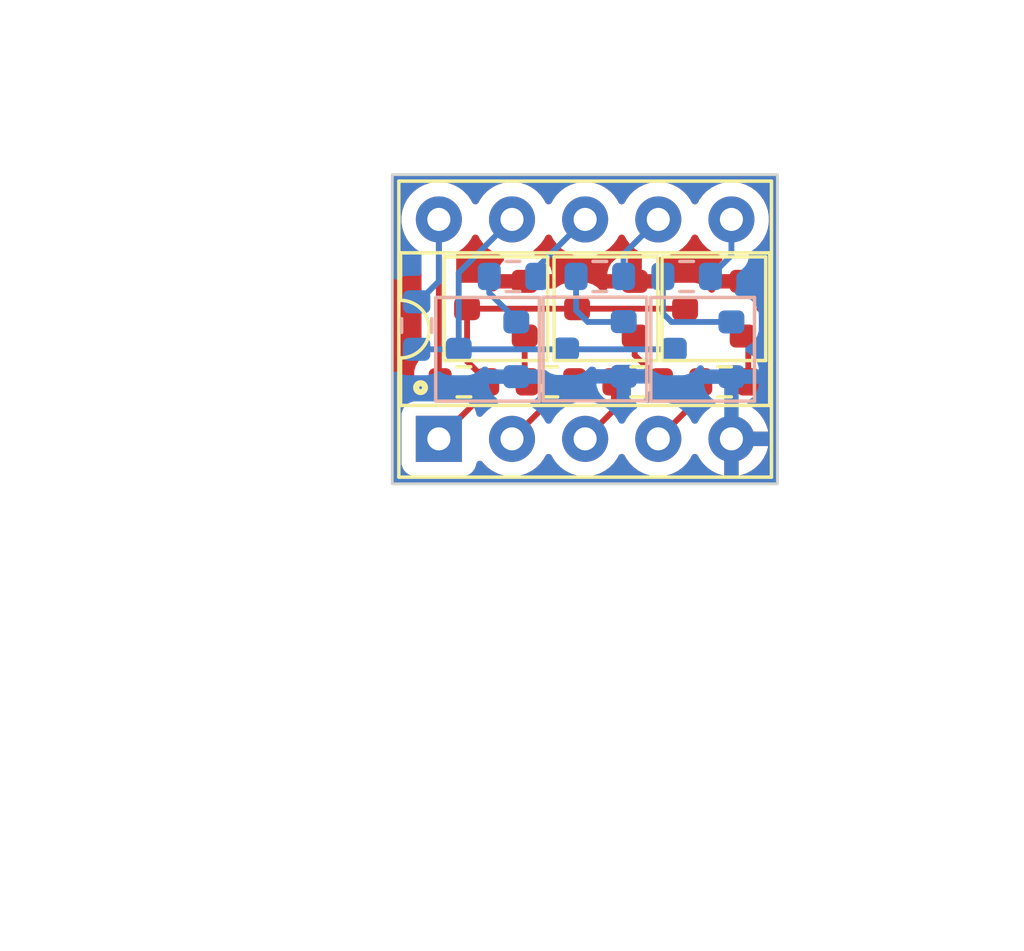
<source format=kicad_pcb>
(kicad_pcb (version 20241229) (generator "pcbnew") (generator_version "9.0")
  (layers (0 "F.Cu" signal) (2 "B.Cu" signal) (13 "F.Paste" user) (15 "B.Paste" user) (5 "F.SilkS" user "F.Silkscreen") (7 "B.SilkS" user "B.Silkscreen") (1 "F.Mask" user) (3 "B.Mask" user) (25 "Edge.Cuts" user))
  (net 0 "")
  (net 1 "/OUT-1Y")
  (net 2 "/IN-1B")
  (net 3 "/IN-1C")
  (net 4 "/IN-1A")
  (net 5 "GND")
  (net 6 "/IN-2A")
  (net 7 "/IN-2B")
  (net 8 "/IN-2C")
  (net 9 "/OUT-2Y")
  (net 10 "+5V")
  (net 11 "Net-(Q1-B)")
  (net 12 "Net-(Q2-B)")
  (net 13 "Net-(Q3-B)")
  (net 14 "Net-(Q4-B)")
  (net 15 "Net-(Q5-B)")
  (net 16 "Net-(Q6-B)")
  (footprint "PCM_Package_TO_SOT_SMD_AKL:SOT-23" (layer "F.Cu") (at 148.04 89.46 180)
    (property "Reference" "Q2" (hide yes))
    (property "Value" "PMBT2369" (hide yes))
    (fp_line (start 1.8 1.8) (end 1.8 -1.8) (stroke (width 0.12)) (layer "F.SilkS"))
    (fp_line (start 1.8 -1.8) (end -1.8 -1.8) (stroke (width 0.12)) (layer "F.SilkS"))
    (fp_line (start -1.8 1.8) (end 1.8 1.8) (stroke (width 0.12)) (layer "F.SilkS"))
    (fp_line (start -1.8 -1.8) (end -1.8 1.8) (stroke (width 0.12)) (layer "F.SilkS"))
    (pad "1" smd roundrect (at -1 -0.95 180) (size 0.9 0.8) (layers "F.Cu" "F.Mask" "F.Paste") (net 12 "Net-(Q2-B)"))
    (pad "2" smd roundrect (at -1 0.95 180) (size 0.9 0.8) (layers "F.Cu" "F.Mask" "F.Paste") (net 5 "GND"))
    (pad "3" smd roundrect (at 1 0 180) (size 0.9 0.8) (layers "F.Cu" "F.Mask" "F.Paste") (net 1 "/OUT-1Y"))
  )
  (footprint "Resistor_SMD:R_0603_1608Metric" (layer "F.Cu") (at 149.145 92)
    (property "Reference" "R3" (hide yes))
    (property "Value" "470")
    (fp_line (start -0.237258 -0.5225) (end 0.237258 -0.5225) (stroke (width 0.12)) (layer "F.SilkS"))
    (fp_line (start -0.237258 0.5225) (end 0.237258 0.5225) (stroke (width 0.12)) (layer "F.SilkS"))
    (pad "1" smd roundrect (at -0.825 0) (size 0.8 0.95) (layers "F.Cu" "F.Mask" "F.Paste") (net 2 "/IN-1B"))
    (pad "2" smd roundrect (at 0.825 0) (size 0.8 0.95) (layers "F.Cu" "F.Mask" "F.Paste") (net 12 "Net-(Q2-B)"))
  )
  (footprint "Resistor_SMD:R_0603_1608Metric" (layer "F.Cu") (at 146.13 92 180)
    (property "Reference" "R2" (hide yes))
    (property "Value" "470")
    (fp_line (start -0.237258 0.5225) (end 0.237258 0.5225) (stroke (width 0.12)) (layer "F.SilkS"))
    (fp_line (start -0.237258 -0.5225) (end 0.237258 -0.5225) (stroke (width 0.12)) (layer "F.SilkS"))
    (pad "1" smd roundrect (at -0.825 0 180) (size 0.8 0.95) (layers "F.Cu" "F.Mask" "F.Paste") (net 4 "/IN-1A"))
    (pad "2" smd roundrect (at 0.825 0 180) (size 0.8 0.95) (layers "F.Cu" "F.Mask" "F.Paste") (net 11 "Net-(Q1-B)"))
  )
  (footprint "PCM_Package_TO_SOT_SMD_AKL:SOT-23" (layer "F.Cu") (at 151.79 89.46 180)
    (property "Reference" "Q3" (hide yes))
    (property "Value" "PMBT2369" (hide yes))
    (fp_line (start 1.8 1.8) (end 1.8 -1.8) (stroke (width 0.12)) (layer "F.SilkS"))
    (fp_line (start 1.8 -1.8) (end -1.8 -1.8) (stroke (width 0.12)) (layer "F.SilkS"))
    (fp_line (start -1.8 1.8) (end 1.8 1.8) (stroke (width 0.12)) (layer "F.SilkS"))
    (fp_line (start -1.8 -1.8) (end -1.8 1.8) (stroke (width 0.12)) (layer "F.SilkS"))
    (pad "1" smd roundrect (at -1 -0.95 180) (size 0.9 0.8) (layers "F.Cu" "F.Mask" "F.Paste") (net 13 "Net-(Q3-B)"))
    (pad "2" smd roundrect (at -1 0.95 180) (size 0.9 0.8) (layers "F.Cu" "F.Mask" "F.Paste") (net 5 "GND"))
    (pad "3" smd roundrect (at 1 0 180) (size 0.9 0.8) (layers "F.Cu" "F.Mask" "F.Paste") (net 1 "/OUT-1Y"))
  )
  (footprint "PCM_Package_DIP_AKL:DIP-10_W7.62mm_Socket" (layer "F.Cu") (at 142.24 93.98 90)
    (property "Reference" "J1" (hide yes))
    (property "Value" "~" (hide yes))
    (fp_line (start 8.95 -1.39) (end -1.33 -1.39) (stroke (width 0.12)) (layer "F.SilkS"))
    (fp_line (start -1.33 -1.39) (end -1.33 11.55) (stroke (width 0.12)) (layer "F.SilkS"))
    (fp_line (start 6.46 -1.33) (end 4.81 -1.33) (stroke (width 0.12)) (layer "F.SilkS"))
    (fp_line (start 2.81 -1.33) (end 1.16 -1.33) (stroke (width 0.12)) (layer "F.SilkS"))
    (fp_line (start 1.16 -1.33) (end 1.16 11.49) (stroke (width 0.12)) (layer "F.SilkS"))
    (fp_line (start 6.46 11.49) (end 6.46 -1.33) (stroke (width 0.12)) (layer "F.SilkS"))
    (fp_line (start 1.16 11.49) (end 6.46 11.49) (stroke (width 0.12)) (layer "F.SilkS"))
    (fp_line (start 8.95 11.55) (end 8.95 -1.39) (stroke (width 0.12)) (layer "F.SilkS"))
    (fp_line (start -1.33 11.55) (end 8.95 11.55) (stroke (width 0.12)) (layer "F.SilkS"))
    (fp_arc (start 4.81 -1.33) (mid 3.81 -0.33) (end 2.81 -1.33) (stroke (width 0.12)) (layer "F.SilkS"))
    (fp_circle (center 1.778 -0.635) (end 1.978 -0.635) (stroke (width 0.12)) (fill no) (layer "F.SilkS"))
    (fp_circle (center 1.778 -0.635) (end 1.903 -0.635) (stroke (width 0.12)) (fill no) (layer "F.SilkS"))
    (fp_circle (center 1.778 -0.635) (end 1.828 -0.635) (stroke (width 0.12)) (fill no) (layer "F.SilkS"))
    (pad "1" thru_hole rect (at 0 0 90) (size 1.6 1.6) (drill 0.8) (layers "*.Cu" "*.Mask") (net 1 "/OUT-1Y"))
    (pad "2" thru_hole oval (at 0 2.54 90) (size 1.6 1.6) (drill 0.8) (layers "*.Cu" "*.Mask") (net 4 "/IN-1A"))
    (pad "3" thru_hole oval (at 0 5.08 90) (size 1.6 1.6) (drill 0.8) (layers "*.Cu" "*.Mask") (net 2 "/IN-1B"))
    (pad "4" thru_hole oval (at 0 7.62 90) (size 1.6 1.6) (drill 0.8) (layers "*.Cu" "*.Mask") (net 3 "/IN-1C"))
    (pad "5" thru_hole oval (at 0 10.16 90) (size 1.6 1.6) (drill 0.8) (layers "*.Cu" "*.Mask") (net 5 "GND"))
    (pad "6" thru_hole oval (at 7.62 10.16 90) (size 1.6 1.6) (drill 0.8) (layers "*.Cu" "*.Mask") (net 6 "/IN-2A"))
    (pad "7" thru_hole oval (at 7.62 7.62 90) (size 1.6 1.6) (drill 0.8) (layers "*.Cu" "*.Mask") (net 7 "/IN-2B"))
    (pad "8" thru_hole oval (at 7.62 5.08 90) (size 1.6 1.6) (drill 0.8) (layers "*.Cu" "*.Mask") (net 8 "/IN-2C"))
    (pad "9" thru_hole oval (at 7.62 2.54 90) (size 1.6 1.6) (drill 0.8) (layers "*.Cu" "*.Mask") (net 9 "/OUT-2Y"))
    (pad "10" thru_hole oval (at 7.62 0 90) (size 1.6 1.6) (drill 0.8) (layers "*.Cu" "*.Mask") (net 10 "+5V"))
  )
  (footprint "Resistor_SMD:R_0603_1608Metric" (layer "F.Cu") (at 152.16 92)
    (property "Reference" "R4" (hide yes))
    (property "Value" "470")
    (fp_line (start -0.237258 -0.5225) (end 0.237258 -0.5225) (stroke (width 0.12)) (layer "F.SilkS"))
    (fp_line (start -0.237258 0.5225) (end 0.237258 0.5225) (stroke (width 0.12)) (layer "F.SilkS"))
    (pad "1" smd roundrect (at -0.825 0) (size 0.8 0.95) (layers "F.Cu" "F.Mask" "F.Paste") (net 3 "/IN-1C"))
    (pad "2" smd roundrect (at 0.825 0) (size 0.8 0.95) (layers "F.Cu" "F.Mask" "F.Paste") (net 13 "Net-(Q3-B)"))
  )
  (footprint "PCM_Package_TO_SOT_SMD_AKL:SOT-23" (layer "F.Cu") (at 144.22 89.46 180)
    (property "Reference" "Q1" (hide yes))
    (property "Value" "PMBT2369" (hide yes))
    (fp_line (start 1.8 1.8) (end 1.8 -1.8) (stroke (width 0.12)) (layer "F.SilkS"))
    (fp_line (start 1.8 -1.8) (end -1.8 -1.8) (stroke (width 0.12)) (layer "F.SilkS"))
    (fp_line (start -1.8 1.8) (end 1.8 1.8) (stroke (width 0.12)) (layer "F.SilkS"))
    (fp_line (start -1.8 -1.8) (end -1.8 1.8) (stroke (width 0.12)) (layer "F.SilkS"))
    (pad "1" smd roundrect (at -1 -0.95 180) (size 0.9 0.8) (layers "F.Cu" "F.Mask" "F.Paste") (net 11 "Net-(Q1-B)"))
    (pad "2" smd roundrect (at -1 0.95 180) (size 0.9 0.8) (layers "F.Cu" "F.Mask" "F.Paste") (net 5 "GND"))
    (pad "3" smd roundrect (at 1 0 180) (size 0.9 0.8) (layers "F.Cu" "F.Mask" "F.Paste") (net 1 "/OUT-1Y"))
  )
  (footprint "Resistor_SMD:R_0603_1608Metric" (layer "F.Cu") (at 143.11 92 180)
    (property "Reference" "R1" (hide yes))
    (property "Value" "680")
    (fp_line (start -0.237258 0.5225) (end 0.237258 0.5225) (stroke (width 0.12)) (layer "F.SilkS"))
    (fp_line (start -0.237258 -0.5225) (end 0.237258 -0.5225) (stroke (width 0.12)) (layer "F.SilkS"))
    (pad "1" smd roundrect (at -0.825 0 180) (size 0.8 0.95) (layers "F.Cu" "F.Mask" "F.Paste") (net 1 "/OUT-1Y"))
    (pad "2" smd roundrect (at 0.825 0 180) (size 0.8 0.95) (layers "F.Cu" "F.Mask" "F.Paste") (net 10 "+5V"))
  )
  (footprint "Resistor_SMD:R_0603_1608Metric" (layer "B.Cu") (at 147.83 88.34 180)
    (property "Reference" "R7" (hide yes))
    (property "Value" "470")
    (fp_line (start -0.237258 0.5225) (end 0.237258 0.5225) (stroke (width 0.12)) (layer "B.SilkS"))
    (fp_line (start -0.237258 -0.5225) (end 0.237258 -0.5225) (stroke (width 0.12)) (layer "B.SilkS"))
    (pad "1" smd roundrect (at -0.825 0 180) (size 0.8 0.95) (layers "B.Cu" "B.Mask" "B.Paste") (net 7 "/IN-2B"))
    (pad "2" smd roundrect (at 0.825 0 180) (size 0.8 0.95) (layers "B.Cu" "B.Mask" "B.Paste") (net 15 "Net-(Q5-B)"))
  )
  (footprint "Resistor_SMD:R_0603_1608Metric" (layer "B.Cu") (at 141.47 90.045 -90)
    (property "Reference" "R5" (hide yes))
    (property "Value" "680")
    (fp_line (start -0.237258 0.5225) (end 0.237258 0.5225) (stroke (width 0.12)) (layer "B.SilkS"))
    (fp_line (start -0.237258 -0.5225) (end 0.237258 -0.5225) (stroke (width 0.12)) (layer "B.SilkS"))
    (pad "1" smd roundrect (at -0.825 0 270) (size 0.8 0.95) (layers "B.Cu" "B.Mask" "B.Paste") (net 10 "+5V"))
    (pad "2" smd roundrect (at 0.825 0 270) (size 0.8 0.95) (layers "B.Cu" "B.Mask" "B.Paste") (net 9 "/OUT-2Y"))
  )
  (footprint "Resistor_SMD:R_0603_1608Metric" (layer "B.Cu") (at 144.815 88.34 180)
    (property "Reference" "R8" (hide yes))
    (property "Value" "470")
    (fp_line (start -0.237258 0.5225) (end 0.237258 0.5225) (stroke (width 0.12)) (layer "B.SilkS"))
    (fp_line (start -0.237258 -0.5225) (end 0.237258 -0.5225) (stroke (width 0.12)) (layer "B.SilkS"))
    (pad "1" smd roundrect (at -0.825 0 180) (size 0.8 0.95) (layers "B.Cu" "B.Mask" "B.Paste") (net 8 "/IN-2C"))
    (pad "2" smd roundrect (at 0.825 0 180) (size 0.8 0.95) (layers "B.Cu" "B.Mask" "B.Paste") (net 16 "Net-(Q6-B)"))
  )
  (footprint "PCM_Package_TO_SOT_SMD_AKL:SOT-23" (layer "B.Cu") (at 143.93 90.87 180)
    (property "Reference" "Q6" (hide yes))
    (property "Value" "PMBT2369" (hide yes))
    (fp_line (start 1.8 1.8) (end -1.8 1.8) (stroke (width 0.12)) (layer "B.SilkS"))
    (fp_line (start 1.8 -1.8) (end 1.8 1.8) (stroke (width 0.12)) (layer "B.SilkS"))
    (fp_line (start -1.8 1.8) (end -1.8 -1.8) (stroke (width 0.12)) (layer "B.SilkS"))
    (fp_line (start -1.8 -1.8) (end 1.8 -1.8) (stroke (width 0.12)) (layer "B.SilkS"))
    (pad "1" smd roundrect (at -1 0.95 180) (size 0.9 0.8) (layers "B.Cu" "B.Mask" "B.Paste") (net 16 "Net-(Q6-B)"))
    (pad "2" smd roundrect (at -1 -0.95 180) (size 0.9 0.8) (layers "B.Cu" "B.Mask" "B.Paste") (net 5 "GND"))
    (pad "3" smd roundrect (at 1 0 180) (size 0.9 0.8) (layers "B.Cu" "B.Mask" "B.Paste") (net 9 "/OUT-2Y"))
  )
  (footprint "Resistor_SMD:R_0603_1608Metric" (layer "B.Cu") (at 150.845 88.34 180)
    (property "Reference" "R6" (hide yes))
    (property "Value" "470")
    (fp_line (start -0.237258 0.5225) (end 0.237258 0.5225) (stroke (width 0.12)) (layer "B.SilkS"))
    (fp_line (start -0.237258 -0.5225) (end 0.237258 -0.5225) (stroke (width 0.12)) (layer "B.SilkS"))
    (pad "1" smd roundrect (at -0.825 0 180) (size 0.8 0.95) (layers "B.Cu" "B.Mask" "B.Paste") (net 6 "/IN-2A"))
    (pad "2" smd roundrect (at 0.825 0 180) (size 0.8 0.95) (layers "B.Cu" "B.Mask" "B.Paste") (net 14 "Net-(Q4-B)"))
  )
  (footprint "PCM_Package_TO_SOT_SMD_AKL:SOT-23" (layer "B.Cu") (at 151.4 90.87 180)
    (property "Reference" "Q4" (hide yes))
    (property "Value" "PMBT2369" (hide yes))
    (fp_line (start 1.8 1.8) (end -1.8 1.8) (stroke (width 0.12)) (layer "B.SilkS"))
    (fp_line (start 1.8 -1.8) (end 1.8 1.8) (stroke (width 0.12)) (layer "B.SilkS"))
    (fp_line (start -1.8 1.8) (end -1.8 -1.8) (stroke (width 0.12)) (layer "B.SilkS"))
    (fp_line (start -1.8 -1.8) (end 1.8 -1.8) (stroke (width 0.12)) (layer "B.SilkS"))
    (pad "1" smd roundrect (at -1 0.95 180) (size 0.9 0.8) (layers "B.Cu" "B.Mask" "B.Paste") (net 14 "Net-(Q4-B)"))
    (pad "2" smd roundrect (at -1 -0.95 180) (size 0.9 0.8) (layers "B.Cu" "B.Mask" "B.Paste") (net 5 "GND"))
    (pad "3" smd roundrect (at 1 0 180) (size 0.9 0.8) (layers "B.Cu" "B.Mask" "B.Paste") (net 9 "/OUT-2Y"))
  )
  (footprint "PCM_Package_TO_SOT_SMD_AKL:SOT-23" (layer "B.Cu") (at 147.66 90.86 180)
    (property "Reference" "Q5" (hide yes))
    (property "Value" "PMBT2369" (hide yes))
    (fp_line (start 1.8 1.8) (end -1.8 1.8) (stroke (width 0.12)) (layer "B.SilkS"))
    (fp_line (start 1.8 -1.8) (end 1.8 1.8) (stroke (width 0.12)) (layer "B.SilkS"))
    (fp_line (start -1.8 1.8) (end -1.8 -1.8) (stroke (width 0.12)) (layer "B.SilkS"))
    (fp_line (start -1.8 -1.8) (end 1.8 -1.8) (stroke (width 0.12)) (layer "B.SilkS"))
    (pad "1" smd roundrect (at -1 0.95 180) (size 0.9 0.8) (layers "B.Cu" "B.Mask" "B.Paste") (net 15 "Net-(Q5-B)"))
    (pad "2" smd roundrect (at -1 -0.95 180) (size 0.9 0.8) (layers "B.Cu" "B.Mask" "B.Paste") (net 5 "GND"))
    (pad "3" smd roundrect (at 1 0 180) (size 0.9 0.8) (layers "B.Cu" "B.Mask" "B.Paste") (net 9 "/OUT-2Y"))
  )
  (gr_rect (start 140.622185 84.804086) (end 153.997346 95.542325) (stroke (width 0.1)) (fill no) (layer "Edge.Cuts"))
  (segment (start 142.24 93.98) (end 143.935 92.285) (width 0.2032) (layer "F.Cu") (net 1))
  (segment (start 143.22 91.285) (end 143.935 92) (width 0.2032) (layer "F.Cu") (net 1))
  (segment (start 143.22 89.46) (end 147.04 89.46) (width 0.2032) (layer "F.Cu") (net 1))
  (segment (start 143.935 92.285) (end 143.935 92) (width 0.2032) (layer "F.Cu") (net 1))
  (segment (start 143.22 89.46) (end 143.22 91.285) (width 0.2032) (layer "F.Cu") (net 1))
  (segment (start 147.04 89.46) (end 150.79 89.46) (width 0.2032) (layer "F.Cu") (net 1))
  (segment (start 147.32 93.98) (end 148.32 92.98) (width 0.2032) (layer "F.Cu") (net 2))
  (segment (start 148.32 92.98) (end 148.32 92) (width 0.2032) (layer "F.Cu") (net 2))
  (segment (start 151.335 92.505) (end 151.335 92) (width 0.2032) (layer "F.Cu") (net 3))
  (segment (start 149.86 93.98) (end 151.335 92.505) (width 0.2032) (layer "F.Cu") (net 3))
  (segment (start 146.76 92) (end 146.955 92) (width 0.2032) (layer "F.Cu") (net 4))
  (segment (start 144.78 93.98) (end 146.76 92) (width 0.2032) (layer "F.Cu") (net 4))
  (segment (start 152.4 87.61) (end 152.4 86.36) (width 0.2032) (layer "B.Cu") (net 6))
  (segment (start 151.67 88.34) (end 152.4 87.61) (width 0.2032) (layer "B.Cu") (net 6))
  (segment (start 148.655 87.565) (end 149.86 86.36) (width 0.2032) (layer "B.Cu") (net 7))
  (segment (start 148.655 88.34) (end 148.655 87.565) (width 0.2032) (layer "B.Cu") (net 7))
  (segment (start 145.64 88.04) (end 147.32 86.36) (width 0.2032) (layer "B.Cu") (net 8))
  (segment (start 145.64 88.34) (end 145.64 88.04) (width 0.2032) (layer "B.Cu") (net 8))
  (segment (start 146.65 90.87) (end 146.66 90.86) (width 0.2032) (layer "B.Cu") (net 9))
  (segment (start 142.93 90.87) (end 142.93 88.21) (width 0.2032) (layer "B.Cu") (net 9))
  (segment (start 142.93 88.21) (end 144.78 86.36) (width 0.2032) (layer "B.Cu") (net 9))
  (segment (start 142.93 90.87) (end 146.65 90.87) (width 0.2032) (layer "B.Cu") (net 9))
  (segment (start 142.93 90.87) (end 141.47 90.87) (width 0.2032) (layer "B.Cu") (net 9))
  (segment (start 146.65 90.87) (end 150.4 90.87) (width 0.2032) (layer "B.Cu") (net 9))
  (segment (start 142.24 86.36) (end 142.24 91.955) (width 0.2032) (layer "F.Cu") (net 10))
  (segment (start 142.24 91.955) (end 142.285 92) (width 0.2032) (layer "F.Cu") (net 10))
  (segment (start 142.24 88.51) (end 142.24 86.36) (width 0.2032) (layer "B.Cu") (net 10))
  (segment (start 141.53 89.22) (end 142.24 88.51) (width 0.2032) (layer "B.Cu") (net 10))
  (segment (start 141.47 89.22) (end 141.53 89.22) (width 0.2032) (layer "B.Cu") (net 10))
  (segment (start 145.22 90.41) (end 145.22 91.915) (width 0.2032) (layer "F.Cu") (net 11))
  (segment (start 145.22 91.915) (end 145.305 92) (width 0.2032) (layer "F.Cu") (net 11))
  (segment (start 149.04 91.07) (end 149.97 92) (width 0.2032) (layer "F.Cu") (net 12))
  (segment (start 149.04 90.41) (end 149.04 91.07) (width 0.2032) (layer "F.Cu") (net 12))
  (segment (start 152.79 90.41) (end 152.985 90.605) (width 0.2032) (layer "F.Cu") (net 13))
  (segment (start 152.985 90.605) (end 152.985 92) (width 0.2032) (layer "F.Cu") (net 13))
  (segment (start 150.32 89.92) (end 150.02 89.62) (width 0.2032) (layer "B.Cu") (net 14))
  (segment (start 152.4 89.92) (end 150.32 89.92) (width 0.2032) (layer "B.Cu") (net 14))
  (segment (start 150.02 88.34) (end 150.02 89.62) (width 0.2032) (layer "B.Cu") (net 14))
  (segment (start 147.41 89.92) (end 147.005 89.515) (width 0.2032) (layer "B.Cu") (net 15))
  (segment (start 148.65 89.92) (end 147.41 89.92) (width 0.2032) (layer "B.Cu") (net 15))
  (segment (start 147.005 88.34) (end 147.005 89.515) (width 0.2032) (layer "B.Cu") (net 15))
  (segment (start 143.99 88.34) (end 143.99 88.91) (width 0.2032) (layer "B.Cu") (net 16))
  (segment (start 144.93 89.85) (end 143.99 88.91) (width 0.2032) (layer "B.Cu") (net 16))
  (segment (start 144.93 89.92) (end 144.93 89.85) (width 0.2032) (layer "B.Cu") (net 16))
  (zone (net 5) (net_name "GND") (layer "F.Cu") (connect_pads (clearance 0.5)) (min_thickness 0.25) (fill yes (thermal_gap 0.5) (thermal_bridge_width 0.5))
    (polygon (pts (xy 162.56 78.74) (xy 127 78.74) (xy 127 111.76) (xy 162.56 111.76)))
  )
  (zone (net 5) (net_name "GND") (layer "B.Cu") (priority 1) (connect_pads (clearance 0.5)) (min_thickness 0.25) (fill yes (thermal_gap 0.5) (thermal_bridge_width 0.5))
    (polygon (pts (xy 162.306 78.74) (xy 127 78.74) (xy 127 111.76) (xy 162.56 111.76) (xy 162.56 78.74)))
  )
)
</source>
